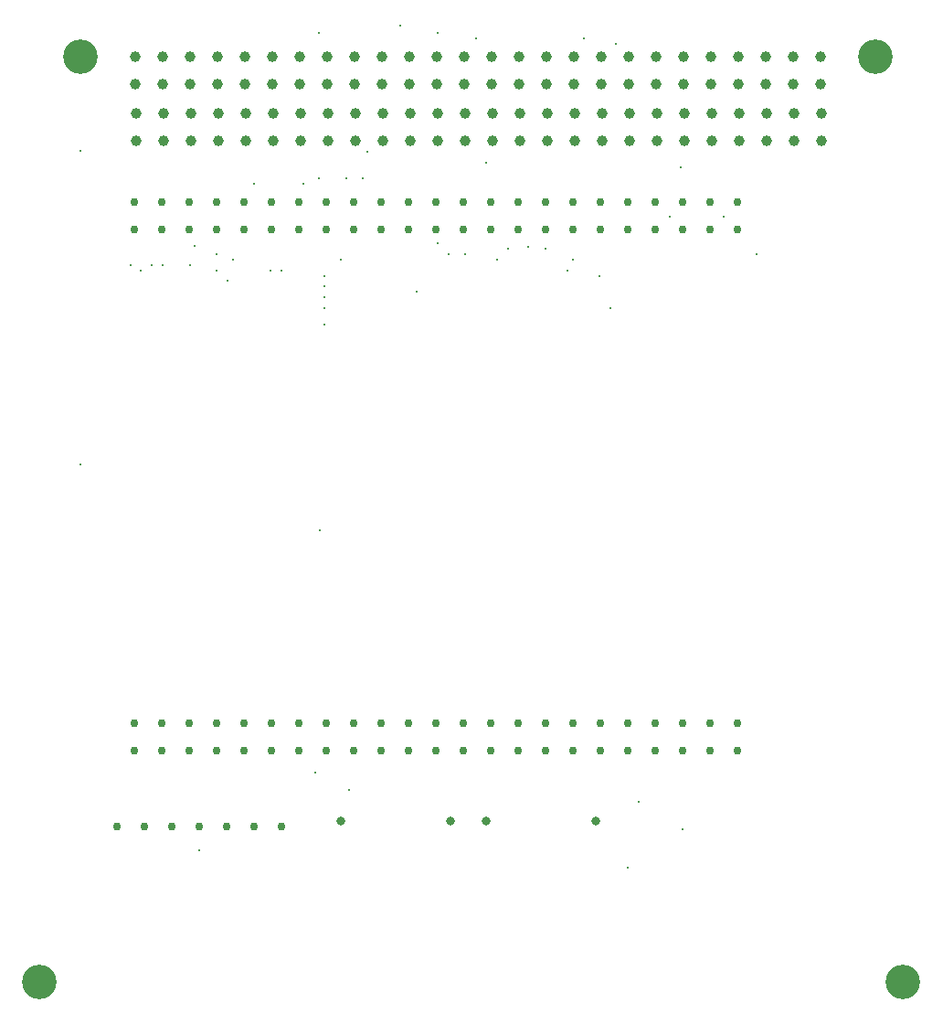
<source format=gbr>
%TF.GenerationSoftware,KiCad,Pcbnew,8.0.2-1*%
%TF.CreationDate,2024-08-26T16:01:41-05:00*%
%TF.ProjectId,BeagleBonePC104,42656167-6c65-4426-9f6e-655043313034,rev?*%
%TF.SameCoordinates,Original*%
%TF.FileFunction,Plated,1,2,PTH,Drill*%
%TF.FilePolarity,Positive*%
%FSLAX46Y46*%
G04 Gerber Fmt 4.6, Leading zero omitted, Abs format (unit mm)*
G04 Created by KiCad (PCBNEW 8.0.2-1) date 2024-08-26 16:01:41*
%MOMM*%
%LPD*%
G01*
G04 APERTURE LIST*
%TA.AperFunction,ViaDrill*%
%ADD10C,0.300000*%
%TD*%
%TA.AperFunction,ComponentDrill*%
%ADD11C,0.762000*%
%TD*%
%TA.AperFunction,ComponentDrill*%
%ADD12C,0.800000*%
%TD*%
%TA.AperFunction,ComponentDrill*%
%ADD13C,1.000000*%
%TD*%
%TA.AperFunction,ComponentDrill*%
%ADD14C,3.200000*%
%TD*%
G04 APERTURE END LIST*
D10*
X88900000Y-87900000D03*
X88900000Y-117000000D03*
X93500000Y-98500000D03*
X94500000Y-99000000D03*
X95500000Y-98500000D03*
X96500000Y-98500000D03*
X99000000Y-98500000D03*
X99432000Y-96716000D03*
X99900000Y-152700000D03*
X101500000Y-97500000D03*
X101500000Y-99000000D03*
X102500000Y-100000000D03*
X103000000Y-98000000D03*
X105000000Y-91000000D03*
X106500000Y-99000000D03*
X107500000Y-99000000D03*
X109500000Y-91000000D03*
X110600000Y-145500000D03*
X111000000Y-77000000D03*
X111000000Y-90500000D03*
X111100000Y-123100000D03*
X111500000Y-99500000D03*
X111500000Y-100500000D03*
X111500000Y-101500000D03*
X111500000Y-102500000D03*
X111500000Y-104000000D03*
X113000000Y-98000000D03*
X113500000Y-90500000D03*
X113800000Y-147100000D03*
X115000000Y-90500000D03*
X115500000Y-88000000D03*
X118500000Y-76350000D03*
X120000000Y-101000000D03*
X122000000Y-77000000D03*
X122000000Y-96500000D03*
X123000000Y-97500000D03*
X124500000Y-97500000D03*
X125500000Y-77500000D03*
X126500000Y-89000000D03*
X127500000Y-98000000D03*
X128500000Y-97000000D03*
X130365000Y-96865000D03*
X132000000Y-97000000D03*
X134000000Y-99000000D03*
X134500000Y-98000000D03*
X135500000Y-77500000D03*
X137000000Y-99500000D03*
X138000000Y-102500000D03*
X138500000Y-78000000D03*
X139610000Y-154300000D03*
X140600000Y-148200000D03*
X143500000Y-94000000D03*
X144500000Y-89500000D03*
X144700000Y-150800000D03*
X148500000Y-94000000D03*
X151500000Y-97500000D03*
D11*
%TO.C,U3*%
X92290000Y-150480000D03*
%TO.C,U1*%
X93890000Y-92700000D03*
X93890000Y-95240000D03*
X93890000Y-140960000D03*
X93890000Y-143500000D03*
%TO.C,U3*%
X94830000Y-150480000D03*
%TO.C,U1*%
X96430000Y-92700000D03*
X96430000Y-95240000D03*
X96430000Y-140960000D03*
X96430000Y-143500000D03*
%TO.C,U3*%
X97370000Y-150480000D03*
%TO.C,U1*%
X98970000Y-92700000D03*
X98970000Y-95240000D03*
X98970000Y-140960000D03*
X98970000Y-143500000D03*
%TO.C,U3*%
X99910000Y-150480000D03*
%TO.C,U1*%
X101510000Y-92700000D03*
X101510000Y-95240000D03*
X101510000Y-140960000D03*
X101510000Y-143500000D03*
%TO.C,U3*%
X102450000Y-150480000D03*
%TO.C,U1*%
X104050000Y-92700000D03*
X104050000Y-95240000D03*
X104050000Y-140960000D03*
X104050000Y-143500000D03*
%TO.C,U3*%
X104990000Y-150480000D03*
%TO.C,U1*%
X106590000Y-92700000D03*
X106590000Y-95240000D03*
X106590000Y-140960000D03*
X106590000Y-143500000D03*
%TO.C,U3*%
X107530000Y-150480000D03*
%TO.C,U1*%
X109130000Y-92700000D03*
X109130000Y-95240000D03*
X109130000Y-140960000D03*
X109130000Y-143500000D03*
X111670000Y-92700000D03*
X111670000Y-95240000D03*
X111670000Y-140960000D03*
X111670000Y-143500000D03*
X114210000Y-92700000D03*
X114210000Y-95240000D03*
X114210000Y-140960000D03*
X114210000Y-143500000D03*
X116750000Y-92700000D03*
X116750000Y-95240000D03*
X116750000Y-140960000D03*
X116750000Y-143500000D03*
X119290000Y-92700000D03*
X119290000Y-95240000D03*
X119290000Y-140960000D03*
X119290000Y-143500000D03*
X121830000Y-92700000D03*
X121830000Y-95240000D03*
X121830000Y-140960000D03*
X121830000Y-143500000D03*
X124370000Y-92700000D03*
X124370000Y-95240000D03*
X124370000Y-140960000D03*
X124370000Y-143500000D03*
X126910000Y-92700000D03*
X126910000Y-95240000D03*
X126910000Y-140960000D03*
X126910000Y-143500000D03*
X129450000Y-92700000D03*
X129450000Y-95240000D03*
X129450000Y-140960000D03*
X129450000Y-143500000D03*
X131990000Y-92700000D03*
X131990000Y-95240000D03*
X131990000Y-140960000D03*
X131990000Y-143500000D03*
X134530000Y-92700000D03*
X134530000Y-95240000D03*
X134530000Y-140960000D03*
X134530000Y-143500000D03*
X137070000Y-92700000D03*
X137070000Y-95240000D03*
X137070000Y-140960000D03*
X137070000Y-143500000D03*
X139610000Y-92700000D03*
X139610000Y-95240000D03*
X139610000Y-140960000D03*
X139610000Y-143500000D03*
X142150000Y-92700000D03*
X142150000Y-95240000D03*
X142150000Y-140960000D03*
X142150000Y-143500000D03*
X144690000Y-92700000D03*
X144690000Y-95240000D03*
X144690000Y-140960000D03*
X144690000Y-143500000D03*
X147230000Y-92700000D03*
X147230000Y-95240000D03*
X147230000Y-140960000D03*
X147230000Y-143500000D03*
X149770000Y-92700000D03*
X149770000Y-95240000D03*
X149770000Y-140960000D03*
X149770000Y-143500000D03*
D12*
%TO.C,R1*%
X113010000Y-150000000D03*
X123170000Y-150000000D03*
%TO.C,R2*%
X126510000Y-150000000D03*
X136670000Y-150000000D03*
D13*
%TO.C,U2*%
X94000000Y-79202973D03*
X94000000Y-81742973D03*
%TO.C,U4*%
X94012500Y-84500000D03*
X94012500Y-87040000D03*
%TO.C,U2*%
X96540000Y-79202973D03*
X96540000Y-81742973D03*
%TO.C,U4*%
X96552500Y-84500000D03*
X96552500Y-87040000D03*
%TO.C,U2*%
X99080000Y-79202973D03*
X99080000Y-81742973D03*
%TO.C,U4*%
X99092500Y-84500000D03*
X99092500Y-87040000D03*
%TO.C,U2*%
X101620000Y-79202973D03*
X101620000Y-81742973D03*
%TO.C,U4*%
X101632500Y-84500000D03*
X101632500Y-87040000D03*
%TO.C,U2*%
X104160000Y-79202973D03*
X104160000Y-81742973D03*
%TO.C,U4*%
X104172500Y-84500000D03*
X104172500Y-87040000D03*
%TO.C,U2*%
X106700000Y-79202973D03*
X106700000Y-81742973D03*
%TO.C,U4*%
X106712500Y-84500000D03*
X106712500Y-87040000D03*
%TO.C,U2*%
X109240000Y-79202973D03*
X109240000Y-81742973D03*
%TO.C,U4*%
X109252500Y-84500000D03*
X109252500Y-87040000D03*
%TO.C,U2*%
X111780000Y-79202973D03*
X111780000Y-81742973D03*
%TO.C,U4*%
X111792500Y-84500000D03*
X111792500Y-87040000D03*
%TO.C,U2*%
X114320000Y-79202973D03*
X114320000Y-81742973D03*
%TO.C,U4*%
X114332500Y-84500000D03*
X114332500Y-87040000D03*
%TO.C,U2*%
X116860000Y-79202973D03*
X116860000Y-81742973D03*
%TO.C,U4*%
X116872500Y-84500000D03*
X116872500Y-87040000D03*
%TO.C,U2*%
X119400000Y-79202973D03*
X119400000Y-81742973D03*
%TO.C,U4*%
X119412500Y-84500000D03*
X119412500Y-87040000D03*
%TO.C,U2*%
X121940000Y-79202973D03*
X121940000Y-81742973D03*
%TO.C,U4*%
X121952500Y-84500000D03*
X121952500Y-87040000D03*
%TO.C,U2*%
X124480000Y-79202973D03*
X124480000Y-81742973D03*
%TO.C,U4*%
X124492500Y-84500000D03*
X124492500Y-87040000D03*
%TO.C,U2*%
X127020000Y-79202973D03*
X127020000Y-81742973D03*
%TO.C,U4*%
X127032500Y-84500000D03*
X127032500Y-87040000D03*
%TO.C,U2*%
X129560000Y-79202973D03*
X129560000Y-81742973D03*
%TO.C,U4*%
X129572500Y-84500000D03*
X129572500Y-87040000D03*
%TO.C,U2*%
X132100000Y-79202973D03*
X132100000Y-81742973D03*
%TO.C,U4*%
X132112500Y-84500000D03*
X132112500Y-87040000D03*
%TO.C,U2*%
X134640000Y-79202973D03*
X134640000Y-81742973D03*
%TO.C,U4*%
X134652500Y-84500000D03*
X134652500Y-87040000D03*
%TO.C,U2*%
X137180000Y-79202973D03*
X137180000Y-81742973D03*
%TO.C,U4*%
X137192500Y-84500000D03*
X137192500Y-87040000D03*
%TO.C,U2*%
X139720000Y-79202973D03*
X139720000Y-81742973D03*
%TO.C,U4*%
X139732500Y-84500000D03*
X139732500Y-87040000D03*
%TO.C,U2*%
X142260000Y-79202973D03*
X142260000Y-81742973D03*
%TO.C,U4*%
X142272500Y-84500000D03*
X142272500Y-87040000D03*
%TO.C,U2*%
X144800000Y-79202973D03*
X144800000Y-81742973D03*
%TO.C,U4*%
X144812500Y-84500000D03*
X144812500Y-87040000D03*
%TO.C,U2*%
X147340000Y-79202973D03*
X147340000Y-81742973D03*
%TO.C,U4*%
X147352500Y-84500000D03*
X147352500Y-87040000D03*
%TO.C,U2*%
X149880000Y-79202973D03*
X149880000Y-81742973D03*
%TO.C,U4*%
X149892500Y-84500000D03*
X149892500Y-87040000D03*
%TO.C,U2*%
X152420000Y-79202973D03*
X152420000Y-81742973D03*
%TO.C,U4*%
X152432500Y-84500000D03*
X152432500Y-87040000D03*
%TO.C,U2*%
X154960000Y-79202973D03*
X154960000Y-81742973D03*
%TO.C,U4*%
X154972500Y-84500000D03*
X154972500Y-87040000D03*
%TO.C,U2*%
X157500000Y-79202973D03*
X157500000Y-81742973D03*
%TO.C,U4*%
X157512500Y-84500000D03*
X157512500Y-87040000D03*
D14*
%TO.C,U2*%
X85110000Y-164932973D03*
X88920000Y-79202973D03*
X162580000Y-79202973D03*
X165120000Y-164932973D03*
M02*

</source>
